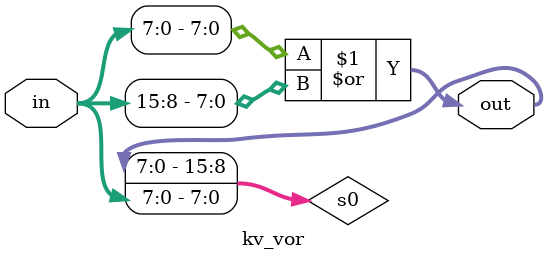
<source format=v>

module kv_vor (
    out,
    in
);
parameter N = 2;
parameter W = 8;
output [W - 1:0] out;
input [(N * W) - 1:0] in;


wire [(N * W) - 1:0] s0;
assign s0[W - 1:0] = in[W - 1:0];
generate
    genvar i;
    for (i = 1; i < N; i = i + 1) begin:gen_tmp
        assign s0[i * W +:W] = s0[(i - 1) * W +:W] | in[i * W +:W];
    end
endgenerate
assign out = s0[(N - 1) * W +:W];
endmodule


</source>
